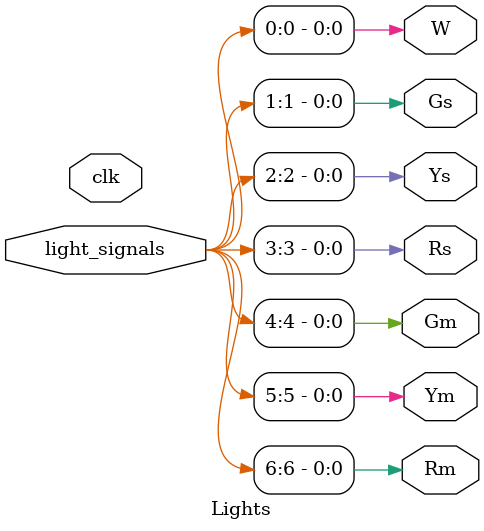
<source format=v>
`timescale 1ns / 1ps
module Lights(light_signals, Rm, Ym, Gm, Rs, Ys, Gs, W, clk);
	 input[6:0] light_signals;
    input clk;
    output Rm, Ym, Gm, Rs, Ys, Gs, W;
	 
    reg Rm, Ym, Gm, Rs, Ys, Gs, W;
	 
	 always @ (light_signals)
		begin
			
			Rm <= light_signals[6:6];
			Ym <= light_signals[5:5];
			Gm <= light_signals[4:4];
			Rs <= light_signals[3:3];
			Ys <= light_signals[2:2];
			Gs <= light_signals[1:1];
			W <= light_signals[0:0];
		
		end
		
endmodule

</source>
